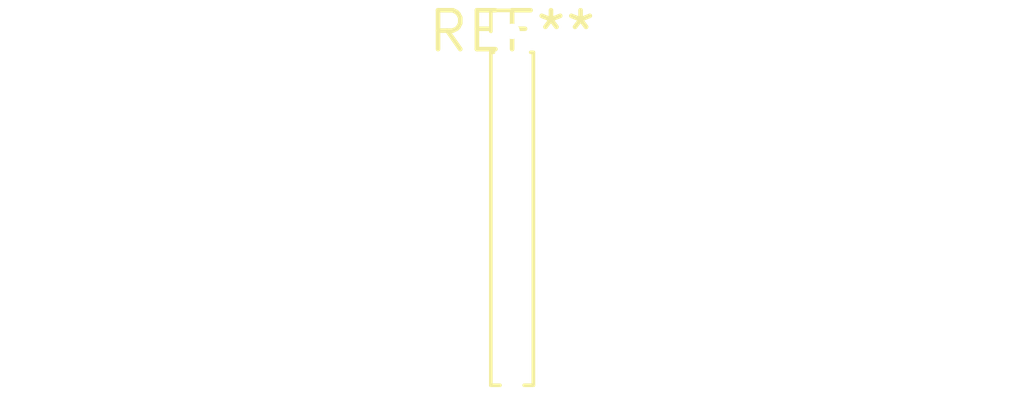
<source format=kicad_pcb>
(kicad_pcb (version 20240108) (generator pcbnew)
  (layers (0 "F.Cu" signal) (31 "B.Cu" signal) (34 "B.Paste" user) (35 "F.Paste" user) (36 "B.SilkS" user "B.Silkscreen") (37 "F.SilkS" user "F.Silkscreen") (38 "B.Mask" user) (39 "F.Mask" user) (44 "Edge.Cuts" user))
  (net 0 "")
  (footprint "PinHeader_1x12_P1.00mm_Vertical" (layer "F.Cu") (at 0 0)
    (property "Reference" "REF**")
    (property "Value" "PinHeader_1x12_P1.00mm_Vertical")
    (fp_line (start -0.695 -0.685) (end 0 -0.685) (layer "F.SilkS") (stroke (width 0.12)))
    (fp_line (start -0.695 0) (end -0.695 -0.685) (layer "F.SilkS") (stroke (width 0.12)))
    (fp_line (start -0.695 0.685) (end -0.695 11.56) (layer "F.SilkS") (stroke (width 0.12)))
    (fp_line (start -0.695 0.685) (end -0.608276 0.685) (layer "F.SilkS") (stroke (width 0.12)))
    (fp_line (start -0.695 11.56) (end -0.394493 11.56) (layer "F.SilkS") (stroke (width 0.12)))
    (fp_line (start 0.394493 11.56) (end 0.695 11.56) (layer "F.SilkS") (stroke (width 0.12)))
    (fp_line (start 0.608276 0.685) (end 0.695 0.685) (layer "F.SilkS") (stroke (width 0.12)))
    (fp_line (start 0.695 0.685) (end 0.695 11.56) (layer "F.SilkS") (stroke (width 0.12)))
    (pad "1" thru_hole rect (at 0 0) (size 0.85 0.85) (drill 0.5) (layers *.Cu *.Mask) (remove_unused_layers))
    (pad "2" thru_hole oval (at 0 1) (size 0.85 0.85) (drill 0.5) (layers *.Cu *.Mask) (remove_unused_layers))
    (pad "3" thru_hole oval (at 0 2) (size 0.85 0.85) (drill 0.5) (layers *.Cu *.Mask) (remove_unused_layers))
    (pad "4" thru_hole oval (at 0 3) (size 0.85 0.85) (drill 0.5) (layers *.Cu *.Mask) (remove_unused_layers))
    (pad "5" thru_hole oval (at 0 4) (size 0.85 0.85) (drill 0.5) (layers *.Cu *.Mask) (remove_unused_layers))
    (pad "6" thru_hole oval (at 0 5) (size 0.85 0.85) (drill 0.5) (layers *.Cu *.Mask) (remove_unused_layers))
    (pad "7" thru_hole oval (at 0 6) (size 0.85 0.85) (drill 0.5) (layers *.Cu *.Mask) (remove_unused_layers))
    (pad "8" thru_hole oval (at 0 7) (size 0.85 0.85) (drill 0.5) (layers *.Cu *.Mask) (remove_unused_layers))
    (pad "9" thru_hole oval (at 0 8) (size 0.85 0.85) (drill 0.5) (layers *.Cu *.Mask) (remove_unused_layers))
    (pad "10" thru_hole oval (at 0 9) (size 0.85 0.85) (drill 0.5) (layers *.Cu *.Mask) (remove_unused_layers))
    (pad "11" thru_hole oval (at 0 10) (size 0.85 0.85) (drill 0.5) (layers *.Cu *.Mask) (remove_unused_layers))
    (pad "12" thru_hole oval (at 0 11) (size 0.85 0.85) (drill 0.5) (layers *.Cu *.Mask) (remove_unused_layers))
  )
)
</source>
